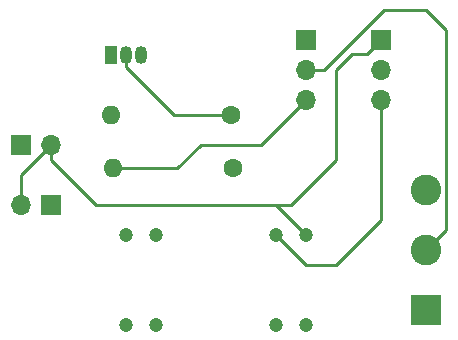
<source format=gbr>
%TF.GenerationSoftware,KiCad,Pcbnew,(5.1.9)-1*%
%TF.CreationDate,2021-09-13T18:08:44-07:00*%
%TF.ProjectId,RemoteStartHack,52656d6f-7465-4537-9461-72744861636b,rev?*%
%TF.SameCoordinates,Original*%
%TF.FileFunction,Copper,L1,Top*%
%TF.FilePolarity,Positive*%
%FSLAX46Y46*%
G04 Gerber Fmt 4.6, Leading zero omitted, Abs format (unit mm)*
G04 Created by KiCad (PCBNEW (5.1.9)-1) date 2021-09-13 18:08:44*
%MOMM*%
%LPD*%
G01*
G04 APERTURE LIST*
%TA.AperFunction,ComponentPad*%
%ADD10O,1.700000X1.700000*%
%TD*%
%TA.AperFunction,ComponentPad*%
%ADD11R,1.700000X1.700000*%
%TD*%
%TA.AperFunction,ComponentPad*%
%ADD12O,1.600000X1.600000*%
%TD*%
%TA.AperFunction,ComponentPad*%
%ADD13C,1.600000*%
%TD*%
%TA.AperFunction,ComponentPad*%
%ADD14R,1.050000X1.500000*%
%TD*%
%TA.AperFunction,ComponentPad*%
%ADD15O,1.050000X1.500000*%
%TD*%
%TA.AperFunction,ComponentPad*%
%ADD16C,1.200000*%
%TD*%
%TA.AperFunction,ComponentPad*%
%ADD17C,2.600000*%
%TD*%
%TA.AperFunction,ComponentPad*%
%ADD18R,2.600000X2.600000*%
%TD*%
%TA.AperFunction,Conductor*%
%ADD19C,0.250000*%
%TD*%
G04 APERTURE END LIST*
D10*
%TO.P,J1,2*%
%TO.N,Net-(J1-Pad2)*%
X177800000Y-81280000D03*
D11*
%TO.P,J1,1*%
%TO.N,Net-(J1-Pad1)*%
X180340000Y-81280000D03*
%TD*%
D10*
%TO.P,J5,3*%
%TO.N,Net-(J5-Pad3)*%
X208280000Y-72390000D03*
%TO.P,J5,2*%
%TO.N,Net-(J3-Pad1)*%
X208280000Y-69850000D03*
D11*
%TO.P,J5,1*%
%TO.N,Net-(J1-Pad2)*%
X208280000Y-67310000D03*
%TD*%
D12*
%TO.P,R2,2*%
%TO.N,GND*%
X185420000Y-73660000D03*
D13*
%TO.P,R2,1*%
%TO.N,Net-(Q1-Pad2)*%
X195580000Y-73660000D03*
%TD*%
D12*
%TO.P,R1,2*%
%TO.N,Net-(J2-Pad3)*%
X185600000Y-78190000D03*
D13*
%TO.P,R1,1*%
%TO.N,Net-(Q1-Pad2)*%
X195760000Y-78190000D03*
%TD*%
D14*
%TO.P,Q1,1*%
%TO.N,Net-(K1-Pad6)*%
X185420000Y-68580000D03*
D15*
%TO.P,Q1,3*%
%TO.N,GND*%
X187960000Y-68580000D03*
%TO.P,Q1,2*%
%TO.N,Net-(Q1-Pad2)*%
X186690000Y-68580000D03*
%TD*%
D16*
%TO.P,K1,14*%
%TO.N,Net-(J1-Pad2)*%
X201930000Y-91440000D03*
%TO.P,K1,13*%
%TO.N,N/C*%
X199390000Y-91440000D03*
%TO.P,K1,9*%
X189230000Y-91440000D03*
%TO.P,K1,8*%
%TO.N,Net-(J1-Pad1)*%
X186690000Y-91440000D03*
%TO.P,K1,7*%
X186690000Y-83820000D03*
%TO.P,K1,6*%
%TO.N,Net-(K1-Pad6)*%
X189230000Y-83820000D03*
%TO.P,K1,2*%
%TO.N,Net-(J5-Pad3)*%
X199390000Y-83820000D03*
%TO.P,K1,1*%
%TO.N,Net-(J1-Pad2)*%
X201930000Y-83820000D03*
%TD*%
D10*
%TO.P,J4,2*%
%TO.N,Net-(J1-Pad2)*%
X180340000Y-76200000D03*
D11*
%TO.P,J4,1*%
%TO.N,Net-(J1-Pad1)*%
X177800000Y-76200000D03*
%TD*%
D17*
%TO.P,J3,3*%
%TO.N,GND*%
X212090000Y-80010000D03*
%TO.P,J3,2*%
%TO.N,Net-(J2-Pad2)*%
X212090000Y-85090000D03*
D18*
%TO.P,J3,1*%
%TO.N,Net-(J3-Pad1)*%
X212090000Y-90170000D03*
%TD*%
D10*
%TO.P,J2,3*%
%TO.N,Net-(J2-Pad3)*%
X201930000Y-72390000D03*
%TO.P,J2,2*%
%TO.N,Net-(J2-Pad2)*%
X201930000Y-69850000D03*
D11*
%TO.P,J2,1*%
%TO.N,Net-(J1-Pad1)*%
X201930000Y-67310000D03*
%TD*%
D19*
%TO.N,Net-(J1-Pad2)*%
X177800000Y-78740000D02*
X180340000Y-76200000D01*
X177800000Y-81280000D02*
X177800000Y-78740000D01*
X180340000Y-76200000D02*
X180340000Y-77470000D01*
X180340000Y-77470000D02*
X184150000Y-81280000D01*
X184150000Y-81280000D02*
X199390000Y-81280000D01*
X199390000Y-81280000D02*
X201930000Y-83820000D01*
X199390000Y-81280000D02*
X200660000Y-81280000D01*
X207104999Y-68485001D02*
X205834999Y-68485001D01*
X208280000Y-67310000D02*
X207104999Y-68485001D01*
X205834999Y-68485001D02*
X204470000Y-69850000D01*
X204470000Y-77470000D02*
X200660000Y-81280000D01*
X204470000Y-69850000D02*
X204470000Y-77470000D01*
%TO.N,Net-(J2-Pad3)*%
X185600000Y-78190000D02*
X191050000Y-78190000D01*
X191050000Y-78190000D02*
X193040000Y-76200000D01*
X198120000Y-76200000D02*
X201930000Y-72390000D01*
X193040000Y-76200000D02*
X198120000Y-76200000D01*
%TO.N,Net-(J2-Pad2)*%
X213810009Y-83369991D02*
X213810009Y-66490009D01*
X212090000Y-85090000D02*
X213810009Y-83369991D01*
X213810009Y-66490009D02*
X212090000Y-64770000D01*
X203454998Y-69850000D02*
X201930000Y-69850000D01*
X208534998Y-64770000D02*
X203454998Y-69850000D01*
X212090000Y-64770000D02*
X208534998Y-64770000D01*
%TO.N,Net-(J5-Pad3)*%
X199390000Y-83820000D02*
X201930000Y-86360000D01*
X201930000Y-86360000D02*
X204470000Y-86360000D01*
X208280000Y-82550000D02*
X208280000Y-72390000D01*
X204470000Y-86360000D02*
X208280000Y-82550000D01*
%TO.N,Net-(Q1-Pad2)*%
X186690000Y-69580000D02*
X186690000Y-68580000D01*
X190770000Y-73660000D02*
X186690000Y-69580000D01*
X195580000Y-73660000D02*
X190770000Y-73660000D01*
%TD*%
M02*

</source>
